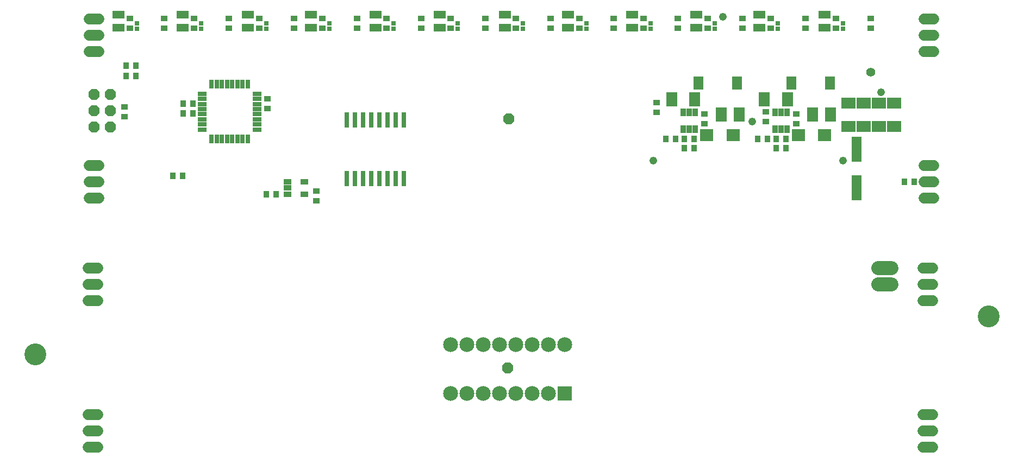
<source format=gbs>
G75*
%MOIN*%
%OFA0B0*%
%FSLAX24Y24*%
%IPPOS*%
%LPD*%
%AMOC8*
5,1,8,0,0,1.08239X$1,22.5*
%
%ADD10C,0.1340*%
%ADD11R,0.0356X0.0434*%
%ADD12R,0.0580X0.0300*%
%ADD13R,0.0300X0.0580*%
%ADD14R,0.0434X0.0356*%
%ADD15OC8,0.0680*%
%ADD16R,0.0280X0.0280*%
%ADD17R,0.0749X0.0474*%
%ADD18C,0.0680*%
%ADD19R,0.0352X0.0474*%
%ADD20R,0.0631X0.0828*%
%ADD21R,0.0789X0.0749*%
%ADD22R,0.0671X0.0907*%
%ADD23R,0.0710X0.0907*%
%ADD24R,0.0907X0.0671*%
%ADD25R,0.0631X0.1576*%
%ADD26C,0.0860*%
%ADD27R,0.0470X0.0352*%
%ADD28R,0.0316X0.0946*%
%ADD29R,0.0907X0.0907*%
%ADD30C,0.0907*%
%ADD31C,0.0555*%
%ADD32C,0.0476*%
D10*
X001632Y008068D03*
X060097Y010430D03*
D11*
X055535Y018680D03*
X054935Y018680D03*
X047660Y020743D03*
X047060Y020743D03*
X047060Y021305D03*
X046535Y021305D03*
X045935Y021305D03*
X047660Y021305D03*
X042035Y021305D03*
X041435Y021305D03*
X040910Y021305D03*
X040310Y021305D03*
X041435Y020743D03*
X042035Y020743D03*
X016410Y017930D03*
X015810Y017930D03*
X010660Y019055D03*
X010060Y019055D03*
X010685Y022868D03*
X011285Y022868D03*
X011285Y023493D03*
X010685Y023493D03*
X007785Y025180D03*
X007185Y025180D03*
X007185Y025805D03*
X007785Y025805D03*
D12*
X011857Y024095D03*
X011857Y023780D03*
X011857Y023465D03*
X011857Y023150D03*
X011857Y022835D03*
X011857Y022520D03*
X011857Y022205D03*
X011857Y021890D03*
X015237Y021890D03*
X015237Y022205D03*
X015237Y022520D03*
X015237Y022835D03*
X015237Y023150D03*
X015237Y023465D03*
X015237Y023780D03*
X015237Y024095D03*
D13*
X014650Y024683D03*
X014335Y024683D03*
X014020Y024683D03*
X013705Y024683D03*
X013390Y024683D03*
X013075Y024683D03*
X012760Y024683D03*
X012445Y024683D03*
X012445Y021303D03*
X012760Y021303D03*
X013075Y021303D03*
X013390Y021303D03*
X013705Y021303D03*
X014020Y021303D03*
X014335Y021303D03*
X014650Y021303D03*
D14*
X015860Y023193D03*
X015860Y023793D03*
X007110Y023293D03*
X007110Y022693D03*
X007422Y028130D03*
X007422Y028730D03*
X009547Y028730D03*
X009547Y028130D03*
X011360Y028130D03*
X011360Y028730D03*
X013485Y028730D03*
X013485Y028130D03*
X015360Y028130D03*
X015360Y028730D03*
X017485Y028730D03*
X017485Y028130D03*
X019235Y028130D03*
X019235Y028730D03*
X021360Y028730D03*
X021360Y028130D03*
X023172Y028130D03*
X023172Y028730D03*
X025297Y028730D03*
X025297Y028130D03*
X027110Y028130D03*
X027110Y028730D03*
X029235Y028730D03*
X029235Y028130D03*
X031110Y028130D03*
X031110Y028730D03*
X033235Y028730D03*
X033235Y028130D03*
X034985Y028130D03*
X034985Y028730D03*
X037110Y028730D03*
X037110Y028130D03*
X038922Y028130D03*
X038922Y028730D03*
X041047Y028730D03*
X041047Y028130D03*
X042860Y028130D03*
X042860Y028730D03*
X044985Y028730D03*
X044985Y028130D03*
X046735Y028130D03*
X046735Y028730D03*
X048860Y028730D03*
X048860Y028130D03*
X050735Y028130D03*
X050735Y028730D03*
X052860Y028730D03*
X052860Y028130D03*
X048297Y022855D03*
X048297Y022255D03*
X046422Y022380D03*
X046422Y022980D03*
X042672Y022855D03*
X042672Y022255D03*
X039735Y022943D03*
X039735Y023543D03*
X018860Y018105D03*
X018860Y017505D03*
D15*
X030672Y022555D03*
X006235Y022055D03*
X005235Y022055D03*
X005235Y023055D03*
X006235Y023055D03*
X006235Y024055D03*
X005235Y024055D03*
X030610Y007243D03*
D16*
X031547Y028073D03*
X031547Y028413D03*
X035422Y028413D03*
X035422Y028073D03*
X039360Y028073D03*
X039360Y028413D03*
X043297Y028413D03*
X043297Y028073D03*
X047172Y028073D03*
X047172Y028413D03*
X051172Y028413D03*
X051172Y028073D03*
X027547Y028073D03*
X027547Y028413D03*
X023610Y028413D03*
X023610Y028073D03*
X019672Y028073D03*
X019672Y028413D03*
X015797Y028413D03*
X015797Y028073D03*
X011797Y028073D03*
X011797Y028413D03*
X007860Y028413D03*
X007860Y028073D03*
D17*
X006735Y028155D03*
X006735Y028955D03*
X010672Y028955D03*
X010672Y028155D03*
X014672Y028155D03*
X014672Y028955D03*
X018547Y028955D03*
X018547Y028155D03*
X022485Y028155D03*
X022485Y028955D03*
X026422Y028955D03*
X026422Y028155D03*
X030422Y028155D03*
X030422Y028955D03*
X034297Y028955D03*
X034297Y028155D03*
X038235Y028155D03*
X038235Y028955D03*
X042172Y028955D03*
X042172Y028155D03*
X046047Y028155D03*
X046047Y028955D03*
X050047Y028955D03*
X050047Y028155D03*
D18*
X005472Y002368D02*
X004872Y002368D01*
X004872Y003368D02*
X005472Y003368D01*
X005472Y004368D02*
X004872Y004368D01*
X004872Y011368D02*
X005472Y011368D01*
X005472Y012368D02*
X004872Y012368D01*
X004872Y013368D02*
X005472Y013368D01*
X005535Y017680D02*
X004935Y017680D01*
X004935Y018680D02*
X005535Y018680D01*
X005535Y019680D02*
X004935Y019680D01*
X004935Y026680D02*
X005535Y026680D01*
X005535Y027680D02*
X004935Y027680D01*
X004935Y028680D02*
X005535Y028680D01*
X056122Y028680D02*
X056722Y028680D01*
X056722Y027680D02*
X056122Y027680D01*
X056122Y026680D02*
X056722Y026680D01*
X056722Y019680D02*
X056122Y019680D01*
X056122Y018680D02*
X056722Y018680D01*
X056722Y017680D02*
X056122Y017680D01*
X056060Y013368D02*
X056660Y013368D01*
X056660Y012368D02*
X056060Y012368D01*
X056060Y011368D02*
X056660Y011368D01*
X056660Y004368D02*
X056060Y004368D01*
X056060Y003368D02*
X056660Y003368D01*
X056660Y002368D02*
X056060Y002368D01*
D19*
X047734Y021918D03*
X047360Y021918D03*
X046986Y021918D03*
X046986Y022942D03*
X047360Y022942D03*
X047734Y022942D03*
X042109Y022942D03*
X041735Y022942D03*
X041361Y022942D03*
X041361Y021918D03*
X041735Y021918D03*
X042109Y021918D03*
D20*
X042304Y024743D03*
X044666Y024743D03*
X047991Y024743D03*
X050353Y024743D03*
D21*
X050042Y021555D03*
X048428Y021555D03*
X044417Y021555D03*
X042803Y021555D03*
D22*
X042069Y023743D03*
X040651Y023743D03*
X046339Y023743D03*
X047756Y023743D03*
D23*
X049310Y022805D03*
X050410Y022805D03*
X044785Y022805D03*
X043685Y022805D03*
D24*
X051485Y022096D03*
X052422Y022096D03*
X053360Y022096D03*
X054297Y022096D03*
X054297Y023514D03*
X053360Y023514D03*
X052422Y023514D03*
X051485Y023514D03*
D25*
X051985Y020674D03*
X051985Y018311D03*
D26*
X053345Y013368D02*
X054125Y013368D01*
X054125Y012368D02*
X053345Y012368D01*
D27*
X018122Y017931D03*
X018122Y018679D03*
X017102Y018679D03*
X017102Y018305D03*
X017102Y017931D03*
D28*
X020735Y018869D03*
X021235Y018869D03*
X021735Y018869D03*
X022235Y018869D03*
X022735Y018869D03*
X023235Y018869D03*
X023735Y018869D03*
X024235Y018869D03*
X024235Y022491D03*
X023735Y022491D03*
X023235Y022491D03*
X022735Y022491D03*
X022235Y022491D03*
X021735Y022491D03*
X021235Y022491D03*
X020735Y022491D03*
D29*
X034110Y005680D03*
D30*
X033110Y005680D03*
X032110Y005680D03*
X031110Y005680D03*
X030110Y005680D03*
X029110Y005680D03*
X028110Y005680D03*
X027110Y005680D03*
X027110Y008680D03*
X028110Y008680D03*
X029110Y008680D03*
X030110Y008680D03*
X031110Y008680D03*
X032110Y008680D03*
X033110Y008680D03*
X034110Y008680D03*
D31*
X052860Y025430D03*
D32*
X053485Y024180D03*
X045610Y022368D03*
X051172Y019993D03*
X039547Y019993D03*
X043797Y028805D03*
M02*

</source>
